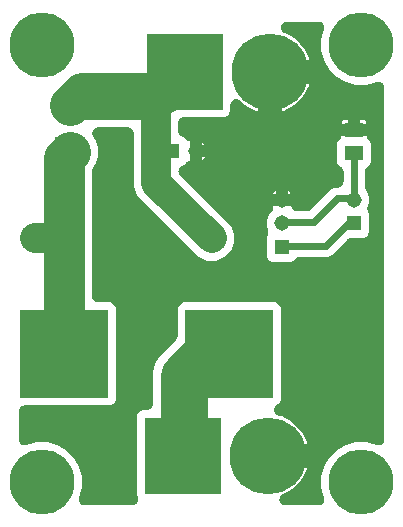
<source format=gbl>
G04 EAGLE Gerber RS-274X export*
G75*
%MOMM*%
%FSLAX34Y34*%
%LPD*%
%INBottom Copper*%
%IPPOS*%
%AMOC8*
5,1,8,0,0,1.08239X$1,22.5*%
G01*
%ADD10R,1.600000X1.300000*%
%ADD11R,1.208000X1.208000*%
%ADD12C,1.208000*%
%ADD13R,6.500000X6.500000*%
%ADD14C,6.500000*%
%ADD15R,2.550000X2.550000*%
%ADD16C,2.550000*%
%ADD17R,1.308000X1.308000*%
%ADD18C,1.308000*%
%ADD19R,7.500000X7.500000*%
%ADD20C,2.540000*%
%ADD21C,3.500000*%
%ADD22C,1.270000*%
%ADD23C,0.609600*%
%ADD24C,0.756400*%
%ADD25C,4.000000*%
%ADD26C,5.500000*%

G36*
X106429Y10173D02*
X106429Y10173D01*
X106625Y10176D01*
X106747Y10193D01*
X106869Y10201D01*
X107062Y10237D01*
X107256Y10265D01*
X107374Y10297D01*
X107495Y10320D01*
X107681Y10380D01*
X107871Y10432D01*
X107984Y10479D01*
X108101Y10517D01*
X108278Y10600D01*
X108460Y10675D01*
X108567Y10735D01*
X108678Y10788D01*
X108843Y10893D01*
X109014Y10989D01*
X109112Y11063D01*
X109216Y11129D01*
X109367Y11253D01*
X109524Y11371D01*
X109612Y11456D01*
X109707Y11534D01*
X109842Y11677D01*
X109982Y11813D01*
X110059Y11909D01*
X110144Y11998D01*
X110259Y12157D01*
X110382Y12309D01*
X110446Y12414D01*
X110519Y12513D01*
X110613Y12685D01*
X110716Y12852D01*
X110767Y12964D01*
X110827Y13071D01*
X110899Y13253D01*
X110980Y13432D01*
X111016Y13549D01*
X111062Y13664D01*
X111111Y13853D01*
X111169Y14040D01*
X111190Y14161D01*
X111221Y14280D01*
X111246Y14475D01*
X111280Y14668D01*
X111286Y14790D01*
X111302Y14912D01*
X111302Y15109D01*
X111312Y15304D01*
X111303Y15426D01*
X111303Y15550D01*
X111279Y15744D01*
X111264Y15939D01*
X111240Y16060D01*
X111225Y16182D01*
X111176Y16372D01*
X111137Y16563D01*
X111099Y16677D01*
X111067Y16799D01*
X110989Y16998D01*
X110926Y17184D01*
X110303Y18687D01*
X110303Y86113D01*
X111231Y88354D01*
X112946Y90069D01*
X115187Y90997D01*
X118824Y90997D01*
X118979Y91006D01*
X119134Y91006D01*
X119296Y91026D01*
X119460Y91037D01*
X119612Y91066D01*
X119766Y91085D01*
X119925Y91125D01*
X120086Y91156D01*
X120233Y91204D01*
X120383Y91242D01*
X120536Y91302D01*
X120692Y91353D01*
X120832Y91418D01*
X120976Y91475D01*
X121120Y91554D01*
X121268Y91624D01*
X121399Y91706D01*
X121535Y91781D01*
X121668Y91877D01*
X121807Y91965D01*
X121926Y92063D01*
X122052Y92154D01*
X122171Y92266D01*
X122298Y92370D01*
X122404Y92483D01*
X122517Y92589D01*
X122622Y92715D01*
X122734Y92834D01*
X122826Y92960D01*
X122925Y93079D01*
X123013Y93217D01*
X123109Y93349D01*
X123184Y93485D01*
X123268Y93616D01*
X123338Y93764D01*
X123417Y93907D01*
X123474Y94051D01*
X123541Y94191D01*
X123592Y94347D01*
X123652Y94500D01*
X123691Y94650D01*
X123740Y94797D01*
X123771Y94958D01*
X123812Y95116D01*
X123831Y95270D01*
X123861Y95422D01*
X123871Y95581D01*
X123893Y95748D01*
X123893Y95917D01*
X123903Y96076D01*
X123903Y123436D01*
X125682Y130073D01*
X129117Y136024D01*
X143316Y150222D01*
X143364Y150277D01*
X143417Y150327D01*
X143575Y150516D01*
X143737Y150700D01*
X143778Y150760D01*
X143825Y150816D01*
X143957Y151024D01*
X144095Y151227D01*
X144128Y151292D01*
X144168Y151353D01*
X144273Y151575D01*
X144385Y151794D01*
X144409Y151863D01*
X144441Y151929D01*
X144517Y152163D01*
X144601Y152394D01*
X144617Y152465D01*
X144640Y152534D01*
X144686Y152775D01*
X144740Y153015D01*
X144747Y153088D01*
X144761Y153160D01*
X144776Y153391D01*
X144801Y153650D01*
X144798Y153733D01*
X144803Y153814D01*
X144803Y177123D01*
X145731Y179364D01*
X147446Y181079D01*
X149687Y182007D01*
X227113Y182007D01*
X229354Y181079D01*
X231069Y179364D01*
X231997Y177123D01*
X231997Y99697D01*
X231069Y97456D01*
X229334Y95722D01*
X229219Y95674D01*
X229088Y95599D01*
X228952Y95532D01*
X228812Y95440D01*
X228667Y95357D01*
X228546Y95265D01*
X228419Y95182D01*
X228292Y95073D01*
X228158Y94973D01*
X228050Y94867D01*
X227935Y94769D01*
X227822Y94645D01*
X227702Y94528D01*
X227608Y94409D01*
X227506Y94298D01*
X227409Y94161D01*
X227305Y94030D01*
X227226Y93900D01*
X227139Y93777D01*
X227061Y93629D01*
X226973Y93486D01*
X226911Y93347D01*
X226841Y93214D01*
X226781Y93057D01*
X226713Y92904D01*
X226668Y92760D01*
X226615Y92618D01*
X226575Y92455D01*
X226527Y92295D01*
X226501Y92146D01*
X226465Y91999D01*
X226447Y91832D01*
X226418Y91667D01*
X226411Y91516D01*
X226395Y91365D01*
X226397Y91198D01*
X226389Y91031D01*
X226402Y90880D01*
X226404Y90728D01*
X226427Y90563D01*
X226441Y90396D01*
X226472Y90247D01*
X226493Y90097D01*
X226537Y89936D01*
X226571Y89772D01*
X226620Y89628D01*
X226660Y89483D01*
X226724Y89328D01*
X226778Y89169D01*
X226845Y89034D01*
X226902Y88893D01*
X226985Y88748D01*
X227059Y88598D01*
X227142Y88471D01*
X227217Y88339D01*
X227317Y88205D01*
X227409Y88065D01*
X227508Y87950D01*
X227599Y87829D01*
X227715Y87709D01*
X227824Y87581D01*
X227936Y87479D01*
X228041Y87371D01*
X228171Y87266D01*
X228295Y87153D01*
X228420Y87066D01*
X228537Y86971D01*
X228680Y86883D01*
X228817Y86787D01*
X228951Y86716D01*
X229080Y86637D01*
X229232Y86567D01*
X229380Y86489D01*
X229518Y86437D01*
X229660Y86373D01*
X229834Y86319D01*
X229994Y86259D01*
X232719Y85432D01*
X235900Y84115D01*
X238936Y82492D01*
X241799Y80579D01*
X244460Y78395D01*
X246895Y75960D01*
X249079Y73299D01*
X250992Y70436D01*
X252615Y67400D01*
X253932Y64219D01*
X254436Y62559D01*
X225980Y62559D01*
X225826Y62549D01*
X225671Y62550D01*
X225508Y62530D01*
X225344Y62519D01*
X225192Y62490D01*
X225038Y62471D01*
X224879Y62431D01*
X224718Y62400D01*
X224571Y62352D01*
X224421Y62314D01*
X224268Y62254D01*
X224112Y62203D01*
X223972Y62137D01*
X223828Y62081D01*
X223684Y62002D01*
X223536Y61932D01*
X223405Y61850D01*
X223269Y61775D01*
X223136Y61679D01*
X222998Y61591D01*
X222878Y61493D01*
X222753Y61402D01*
X222633Y61290D01*
X222506Y61186D01*
X222400Y61073D01*
X222287Y60967D01*
X222182Y60841D01*
X222070Y60721D01*
X221978Y60596D01*
X221879Y60477D01*
X221791Y60339D01*
X221695Y60206D01*
X221620Y60071D01*
X221537Y59940D01*
X221466Y59792D01*
X221387Y59648D01*
X221330Y59505D01*
X221263Y59365D01*
X221212Y59209D01*
X221152Y59056D01*
X221113Y58906D01*
X221065Y58759D01*
X221033Y58598D01*
X220992Y58440D01*
X220973Y58286D01*
X220943Y58134D01*
X220933Y57975D01*
X220911Y57808D01*
X220911Y57639D01*
X220901Y57480D01*
X220901Y47320D01*
X220911Y47166D01*
X220910Y47010D01*
X220931Y46848D01*
X220941Y46684D01*
X220970Y46532D01*
X220989Y46378D01*
X221029Y46219D01*
X221060Y46058D01*
X221108Y45911D01*
X221146Y45761D01*
X221206Y45608D01*
X221257Y45452D01*
X221323Y45312D01*
X221379Y45168D01*
X221458Y45024D01*
X221528Y44876D01*
X221611Y44745D01*
X221685Y44609D01*
X221781Y44476D01*
X221869Y44337D01*
X221967Y44218D01*
X222058Y44092D01*
X222170Y43973D01*
X222275Y43846D01*
X222387Y43740D01*
X222493Y43627D01*
X222619Y43522D01*
X222739Y43410D01*
X222864Y43318D01*
X222983Y43219D01*
X223121Y43131D01*
X223254Y43035D01*
X223389Y42960D01*
X223520Y42876D01*
X223668Y42806D01*
X223812Y42727D01*
X223955Y42670D01*
X224096Y42603D01*
X224251Y42552D01*
X224404Y42492D01*
X224554Y42453D01*
X224701Y42405D01*
X224862Y42373D01*
X225021Y42332D01*
X225174Y42313D01*
X225326Y42283D01*
X225485Y42273D01*
X225653Y42251D01*
X225821Y42251D01*
X225980Y42241D01*
X254436Y42241D01*
X253932Y40581D01*
X252615Y37400D01*
X250992Y34364D01*
X249079Y31501D01*
X246895Y28840D01*
X244460Y26405D01*
X241799Y24221D01*
X238936Y22308D01*
X235900Y20685D01*
X234083Y19933D01*
X233833Y19811D01*
X233582Y19692D01*
X233547Y19670D01*
X233510Y19652D01*
X233278Y19500D01*
X233044Y19351D01*
X233012Y19325D01*
X232978Y19303D01*
X232767Y19122D01*
X232552Y18946D01*
X232524Y18916D01*
X232493Y18889D01*
X232306Y18684D01*
X232116Y18482D01*
X232092Y18448D01*
X232064Y18418D01*
X231905Y18191D01*
X231741Y17966D01*
X231721Y17931D01*
X231697Y17897D01*
X231567Y17652D01*
X231433Y17409D01*
X231418Y17370D01*
X231399Y17334D01*
X231300Y17074D01*
X231198Y16816D01*
X231188Y16777D01*
X231173Y16738D01*
X231108Y16468D01*
X231039Y16200D01*
X231033Y16159D01*
X231024Y16119D01*
X230993Y15844D01*
X230958Y15568D01*
X230958Y15527D01*
X230953Y15486D01*
X230957Y15208D01*
X230956Y14930D01*
X230962Y14890D01*
X230962Y14849D01*
X231001Y14574D01*
X231035Y14298D01*
X231045Y14258D01*
X231051Y14218D01*
X231124Y13950D01*
X231192Y13681D01*
X231207Y13643D01*
X231218Y13603D01*
X231324Y13347D01*
X231426Y13088D01*
X231445Y13052D01*
X231461Y13014D01*
X231598Y12773D01*
X231731Y12529D01*
X231755Y12496D01*
X231775Y12460D01*
X231942Y12237D01*
X232104Y12012D01*
X232132Y11982D01*
X232157Y11950D01*
X232350Y11749D01*
X232539Y11547D01*
X232571Y11521D01*
X232599Y11491D01*
X232816Y11317D01*
X233029Y11139D01*
X233064Y11117D01*
X233096Y11092D01*
X233332Y10946D01*
X233566Y10796D01*
X233603Y10779D01*
X233638Y10757D01*
X233890Y10643D01*
X234142Y10523D01*
X234181Y10510D01*
X234218Y10494D01*
X234484Y10411D01*
X234747Y10324D01*
X234787Y10317D01*
X234826Y10304D01*
X235100Y10256D01*
X235372Y10203D01*
X235413Y10200D01*
X235454Y10193D01*
X235775Y10177D01*
X236026Y10161D01*
X263915Y10161D01*
X264096Y10172D01*
X264279Y10174D01*
X264414Y10192D01*
X264551Y10201D01*
X264729Y10235D01*
X264910Y10259D01*
X265042Y10294D01*
X265176Y10320D01*
X265350Y10376D01*
X265526Y10423D01*
X265652Y10474D01*
X265782Y10517D01*
X265947Y10594D01*
X266116Y10663D01*
X266235Y10729D01*
X266359Y10788D01*
X266513Y10885D01*
X266672Y10974D01*
X266782Y11055D01*
X266897Y11129D01*
X267038Y11245D01*
X267184Y11353D01*
X267283Y11447D01*
X267388Y11534D01*
X267513Y11667D01*
X267645Y11793D01*
X267731Y11899D01*
X267825Y11998D01*
X267932Y12146D01*
X268047Y12287D01*
X268120Y12403D01*
X268200Y12513D01*
X268288Y12673D01*
X268384Y12828D01*
X268442Y12952D01*
X268508Y13071D01*
X268575Y13241D01*
X268651Y13406D01*
X268693Y13537D01*
X268743Y13664D01*
X268789Y13840D01*
X268844Y14014D01*
X268868Y14148D01*
X268902Y14280D01*
X268926Y14461D01*
X268958Y14640D01*
X268966Y14777D01*
X268983Y14912D01*
X268984Y15095D01*
X268994Y15277D01*
X268984Y15413D01*
X268984Y15550D01*
X268962Y15730D01*
X268949Y15912D01*
X268923Y16043D01*
X268906Y16182D01*
X268857Y16373D01*
X268821Y16555D01*
X266403Y25577D01*
X266403Y34423D01*
X268693Y42968D01*
X273116Y50629D01*
X279371Y56884D01*
X287032Y61307D01*
X295577Y63597D01*
X304423Y63597D01*
X313445Y61179D01*
X313624Y61143D01*
X313800Y61098D01*
X313936Y61080D01*
X314070Y61053D01*
X314252Y61040D01*
X314432Y61017D01*
X314569Y61016D01*
X314705Y61006D01*
X314887Y61016D01*
X315070Y61016D01*
X315205Y61032D01*
X315342Y61040D01*
X315521Y61072D01*
X315702Y61094D01*
X315834Y61128D01*
X315969Y61152D01*
X316143Y61206D01*
X316319Y61251D01*
X316446Y61301D01*
X316577Y61342D01*
X316742Y61418D01*
X316912Y61485D01*
X317032Y61550D01*
X317156Y61607D01*
X317311Y61703D01*
X317471Y61790D01*
X317582Y61870D01*
X317698Y61942D01*
X317840Y62057D01*
X317988Y62163D01*
X318087Y62257D01*
X318194Y62343D01*
X318320Y62474D01*
X318453Y62598D01*
X318541Y62703D01*
X318635Y62802D01*
X318744Y62948D01*
X318861Y63088D01*
X318934Y63203D01*
X319016Y63313D01*
X319105Y63471D01*
X319204Y63625D01*
X319262Y63749D01*
X319329Y63868D01*
X319399Y64036D01*
X319477Y64201D01*
X319519Y64331D01*
X319571Y64457D01*
X319619Y64633D01*
X319676Y64806D01*
X319702Y64940D01*
X319737Y65072D01*
X319762Y65252D01*
X319797Y65432D01*
X319806Y65565D01*
X319825Y65703D01*
X319827Y65901D01*
X319839Y66085D01*
X319839Y363915D01*
X319828Y364096D01*
X319826Y364279D01*
X319808Y364414D01*
X319799Y364551D01*
X319765Y364729D01*
X319741Y364910D01*
X319706Y365042D01*
X319680Y365176D01*
X319624Y365350D01*
X319577Y365526D01*
X319526Y365652D01*
X319483Y365782D01*
X319406Y365947D01*
X319337Y366116D01*
X319271Y366235D01*
X319212Y366359D01*
X319115Y366513D01*
X319026Y366672D01*
X318945Y366782D01*
X318871Y366897D01*
X318755Y367038D01*
X318647Y367184D01*
X318553Y367283D01*
X318466Y367388D01*
X318333Y367513D01*
X318207Y367645D01*
X318101Y367731D01*
X318002Y367825D01*
X317854Y367932D01*
X317713Y368047D01*
X317597Y368120D01*
X317487Y368200D01*
X317327Y368288D01*
X317172Y368384D01*
X317048Y368442D01*
X316929Y368508D01*
X316759Y368575D01*
X316594Y368651D01*
X316463Y368693D01*
X316336Y368743D01*
X316160Y368789D01*
X315986Y368844D01*
X315852Y368868D01*
X315720Y368902D01*
X315539Y368926D01*
X315360Y368958D01*
X315223Y368966D01*
X315088Y368983D01*
X314905Y368984D01*
X314723Y368994D01*
X314587Y368984D01*
X314450Y368984D01*
X314270Y368962D01*
X314088Y368949D01*
X313957Y368923D01*
X313818Y368906D01*
X313627Y368857D01*
X313445Y368821D01*
X304423Y366403D01*
X295577Y366403D01*
X287032Y368693D01*
X279371Y373116D01*
X273116Y379371D01*
X268693Y387032D01*
X266403Y395577D01*
X266403Y404423D01*
X268821Y413445D01*
X268857Y413624D01*
X268902Y413800D01*
X268920Y413936D01*
X268947Y414070D01*
X268960Y414252D01*
X268983Y414432D01*
X268984Y414569D01*
X268994Y414705D01*
X268984Y414887D01*
X268984Y415070D01*
X268968Y415205D01*
X268960Y415342D01*
X268928Y415521D01*
X268906Y415702D01*
X268872Y415834D01*
X268848Y415969D01*
X268794Y416143D01*
X268749Y416319D01*
X268699Y416446D01*
X268658Y416577D01*
X268582Y416742D01*
X268515Y416912D01*
X268450Y417032D01*
X268393Y417156D01*
X268297Y417311D01*
X268210Y417471D01*
X268130Y417582D01*
X268058Y417698D01*
X267943Y417840D01*
X267837Y417988D01*
X267743Y418087D01*
X267657Y418194D01*
X267526Y418320D01*
X267402Y418453D01*
X267297Y418541D01*
X267198Y418635D01*
X267052Y418744D01*
X266912Y418861D01*
X266797Y418934D01*
X266687Y419016D01*
X266529Y419105D01*
X266375Y419204D01*
X266251Y419262D01*
X266132Y419329D01*
X265964Y419399D01*
X265799Y419477D01*
X265669Y419519D01*
X265543Y419571D01*
X265367Y419619D01*
X265194Y419676D01*
X265060Y419702D01*
X264928Y419737D01*
X264748Y419762D01*
X264568Y419797D01*
X264435Y419806D01*
X264297Y419825D01*
X264099Y419827D01*
X263915Y419839D01*
X237343Y419839D01*
X237067Y419822D01*
X236789Y419809D01*
X236748Y419802D01*
X236708Y419799D01*
X236436Y419747D01*
X236161Y419700D01*
X236122Y419688D01*
X236082Y419680D01*
X235817Y419594D01*
X235552Y419513D01*
X235515Y419496D01*
X235476Y419483D01*
X235224Y419365D01*
X234971Y419251D01*
X234936Y419230D01*
X234899Y419212D01*
X234664Y419064D01*
X234428Y418919D01*
X234396Y418893D01*
X234361Y418871D01*
X234147Y418695D01*
X233930Y418521D01*
X233901Y418492D01*
X233870Y418466D01*
X233680Y418264D01*
X233486Y418064D01*
X233461Y418031D01*
X233433Y418002D01*
X233270Y417778D01*
X233103Y417555D01*
X233082Y417520D01*
X233058Y417487D01*
X232924Y417243D01*
X232786Y417002D01*
X232770Y416965D01*
X232750Y416929D01*
X232648Y416670D01*
X232541Y416414D01*
X232530Y416375D01*
X232515Y416336D01*
X232446Y416068D01*
X232372Y415800D01*
X232366Y415759D01*
X232356Y415720D01*
X232320Y415444D01*
X232281Y415169D01*
X232280Y415129D01*
X232275Y415088D01*
X232274Y414810D01*
X232269Y414532D01*
X232274Y414491D01*
X232274Y414450D01*
X232308Y414175D01*
X232338Y413899D01*
X232347Y413859D01*
X232352Y413818D01*
X232421Y413549D01*
X232485Y413279D01*
X232499Y413241D01*
X232509Y413201D01*
X232611Y412942D01*
X232709Y412682D01*
X232728Y412646D01*
X232743Y412608D01*
X232877Y412363D01*
X233005Y412118D01*
X233029Y412085D01*
X233048Y412049D01*
X233211Y411823D01*
X233370Y411596D01*
X233398Y411566D01*
X233422Y411532D01*
X233611Y411329D01*
X233797Y411124D01*
X233828Y411097D01*
X233856Y411067D01*
X234070Y410889D01*
X234280Y410708D01*
X234315Y410685D01*
X234346Y410659D01*
X234580Y410510D01*
X234812Y410357D01*
X234848Y410339D01*
X234883Y410316D01*
X235175Y410178D01*
X235400Y410067D01*
X237700Y409115D01*
X240736Y407492D01*
X243599Y405579D01*
X246260Y403395D01*
X248695Y400960D01*
X250879Y398299D01*
X252792Y395436D01*
X254415Y392400D01*
X255732Y389219D01*
X256236Y387559D01*
X227780Y387559D01*
X227626Y387549D01*
X227471Y387550D01*
X227308Y387530D01*
X227144Y387519D01*
X226992Y387490D01*
X226838Y387471D01*
X226679Y387431D01*
X226518Y387400D01*
X226371Y387352D01*
X226221Y387314D01*
X226068Y387254D01*
X225912Y387203D01*
X225772Y387137D01*
X225628Y387081D01*
X225484Y387002D01*
X225336Y386932D01*
X225205Y386850D01*
X225069Y386775D01*
X224936Y386679D01*
X224798Y386591D01*
X224678Y386493D01*
X224553Y386402D01*
X224433Y386290D01*
X224306Y386186D01*
X224200Y386073D01*
X224087Y385967D01*
X223982Y385841D01*
X223870Y385721D01*
X223778Y385596D01*
X223679Y385477D01*
X223591Y385339D01*
X223495Y385206D01*
X223420Y385071D01*
X223337Y384940D01*
X223266Y384792D01*
X223187Y384648D01*
X223130Y384505D01*
X223063Y384365D01*
X223012Y384209D01*
X222952Y384056D01*
X222913Y383906D01*
X222865Y383759D01*
X222833Y383598D01*
X222792Y383440D01*
X222773Y383286D01*
X222743Y383134D01*
X222733Y382975D01*
X222711Y382808D01*
X222711Y382639D01*
X222701Y382480D01*
X222701Y377399D01*
X217620Y377399D01*
X217466Y377389D01*
X217310Y377390D01*
X217148Y377369D01*
X216984Y377359D01*
X216832Y377330D01*
X216678Y377311D01*
X216519Y377271D01*
X216358Y377240D01*
X216211Y377192D01*
X216061Y377154D01*
X215908Y377094D01*
X215752Y377043D01*
X215612Y376977D01*
X215468Y376921D01*
X215324Y376842D01*
X215176Y376772D01*
X215045Y376689D01*
X214909Y376615D01*
X214776Y376519D01*
X214637Y376431D01*
X214518Y376333D01*
X214392Y376242D01*
X214273Y376130D01*
X214146Y376025D01*
X214040Y375913D01*
X213927Y375807D01*
X213822Y375681D01*
X213710Y375561D01*
X213618Y375436D01*
X213519Y375317D01*
X213431Y375179D01*
X213335Y375046D01*
X213260Y374911D01*
X213176Y374780D01*
X213106Y374632D01*
X213027Y374488D01*
X212970Y374345D01*
X212903Y374204D01*
X212852Y374049D01*
X212792Y373896D01*
X212753Y373746D01*
X212705Y373599D01*
X212673Y373438D01*
X212632Y373279D01*
X212613Y373126D01*
X212583Y372974D01*
X212573Y372815D01*
X212551Y372647D01*
X212551Y372479D01*
X212541Y372320D01*
X212541Y343864D01*
X210881Y344368D01*
X207700Y345685D01*
X204664Y347308D01*
X201801Y349221D01*
X199140Y351405D01*
X197968Y352577D01*
X197790Y352734D01*
X197618Y352896D01*
X197551Y352945D01*
X197490Y352999D01*
X197294Y353132D01*
X197102Y353271D01*
X197031Y353311D01*
X196963Y353357D01*
X196752Y353465D01*
X196545Y353579D01*
X196468Y353609D01*
X196395Y353646D01*
X196172Y353727D01*
X195952Y353814D01*
X195873Y353835D01*
X195796Y353863D01*
X195565Y353914D01*
X195336Y353974D01*
X195254Y353984D01*
X195174Y354002D01*
X194939Y354024D01*
X194704Y354055D01*
X194621Y354055D01*
X194540Y354062D01*
X194304Y354055D01*
X194066Y354056D01*
X193985Y354046D01*
X193903Y354043D01*
X193670Y354006D01*
X193434Y353977D01*
X193354Y353957D01*
X193274Y353944D01*
X193047Y353878D01*
X192817Y353820D01*
X192740Y353790D01*
X192662Y353767D01*
X192444Y353673D01*
X192224Y353587D01*
X192152Y353547D01*
X192077Y353515D01*
X191873Y353395D01*
X191665Y353281D01*
X191598Y353233D01*
X191528Y353191D01*
X191340Y353046D01*
X191148Y352908D01*
X191089Y352852D01*
X191024Y352802D01*
X190856Y352635D01*
X190683Y352473D01*
X190630Y352410D01*
X190572Y352352D01*
X190427Y352165D01*
X190275Y351983D01*
X190231Y351914D01*
X190181Y351849D01*
X190060Y351645D01*
X189932Y351446D01*
X189897Y351372D01*
X189855Y351301D01*
X189761Y351085D01*
X189659Y350870D01*
X189634Y350792D01*
X189601Y350717D01*
X189534Y350490D01*
X189460Y350265D01*
X189445Y350185D01*
X189422Y350106D01*
X189384Y349872D01*
X189339Y349640D01*
X189334Y349559D01*
X189321Y349477D01*
X189312Y349217D01*
X189297Y348986D01*
X189297Y343687D01*
X188369Y341446D01*
X186654Y339731D01*
X184413Y338803D01*
X150226Y338803D01*
X150071Y338794D01*
X149916Y338794D01*
X149754Y338774D01*
X149590Y338763D01*
X149438Y338734D01*
X149284Y338715D01*
X149125Y338675D01*
X148964Y338644D01*
X148817Y338596D01*
X148667Y338558D01*
X148514Y338498D01*
X148358Y338447D01*
X148218Y338382D01*
X148074Y338325D01*
X147930Y338246D01*
X147782Y338176D01*
X147651Y338094D01*
X147515Y338019D01*
X147382Y337923D01*
X147243Y337835D01*
X147124Y337737D01*
X146998Y337646D01*
X146879Y337534D01*
X146752Y337430D01*
X146646Y337317D01*
X146533Y337211D01*
X146428Y337085D01*
X146316Y336966D01*
X146224Y336840D01*
X146125Y336721D01*
X146037Y336583D01*
X145941Y336451D01*
X145866Y336315D01*
X145782Y336184D01*
X145712Y336036D01*
X145633Y335893D01*
X145576Y335749D01*
X145509Y335609D01*
X145458Y335453D01*
X145398Y335300D01*
X145359Y335150D01*
X145310Y335003D01*
X145279Y334842D01*
X145238Y334684D01*
X145219Y334530D01*
X145189Y334378D01*
X145179Y334219D01*
X145157Y334052D01*
X145157Y333883D01*
X145147Y333724D01*
X145147Y327110D01*
X145154Y326996D01*
X145152Y326882D01*
X145174Y326678D01*
X145187Y326474D01*
X145208Y326362D01*
X145220Y326249D01*
X145268Y326049D01*
X145306Y325848D01*
X145341Y325740D01*
X145367Y325629D01*
X145439Y325437D01*
X145503Y325242D01*
X145551Y325139D01*
X145591Y325032D01*
X145686Y324851D01*
X145774Y324666D01*
X145835Y324569D01*
X145888Y324468D01*
X146005Y324301D01*
X146115Y324127D01*
X146187Y324040D01*
X146252Y323946D01*
X146390Y323794D01*
X146520Y323636D01*
X146603Y323558D01*
X146680Y323474D01*
X146835Y323340D01*
X146984Y323200D01*
X147077Y323133D01*
X147163Y323058D01*
X147334Y322945D01*
X147499Y322825D01*
X147599Y322770D01*
X147694Y322707D01*
X147871Y322620D01*
X148057Y322517D01*
X148174Y322470D01*
X148282Y322417D01*
X149994Y321709D01*
X151877Y319825D01*
X152052Y319670D01*
X152222Y319511D01*
X152291Y319460D01*
X152355Y319403D01*
X152548Y319272D01*
X152736Y319135D01*
X152811Y319093D01*
X152882Y319045D01*
X153089Y318939D01*
X153294Y318826D01*
X153373Y318795D01*
X153450Y318756D01*
X153669Y318677D01*
X153885Y318590D01*
X153968Y318569D01*
X154049Y318540D01*
X154277Y318489D01*
X154502Y318430D01*
X154587Y318419D01*
X154671Y318400D01*
X154903Y318378D01*
X154921Y318376D01*
X154921Y310000D01*
X154921Y301624D01*
X154689Y301603D01*
X154605Y301584D01*
X154520Y301573D01*
X154294Y301516D01*
X154066Y301465D01*
X153986Y301437D01*
X153903Y301415D01*
X153686Y301330D01*
X153466Y301251D01*
X153390Y301213D01*
X153310Y301181D01*
X153106Y301069D01*
X152898Y300964D01*
X152827Y300916D01*
X152752Y300875D01*
X152563Y300738D01*
X152369Y300608D01*
X152306Y300552D01*
X152236Y300501D01*
X152049Y300326D01*
X151877Y300175D01*
X149994Y298291D01*
X148600Y297714D01*
X148424Y297628D01*
X148245Y297551D01*
X148139Y297488D01*
X148028Y297434D01*
X147864Y297327D01*
X147696Y297227D01*
X147598Y297152D01*
X147496Y297084D01*
X147347Y296957D01*
X147192Y296837D01*
X147104Y296751D01*
X147011Y296671D01*
X146879Y296526D01*
X146740Y296388D01*
X146665Y296291D01*
X146582Y296200D01*
X146469Y296039D01*
X146349Y295885D01*
X146286Y295779D01*
X146215Y295679D01*
X146123Y295506D01*
X146023Y295337D01*
X145974Y295225D01*
X145917Y295116D01*
X145847Y294933D01*
X145769Y294753D01*
X145734Y294635D01*
X145691Y294520D01*
X145645Y294330D01*
X145590Y294142D01*
X145570Y294020D01*
X145541Y293901D01*
X145520Y293706D01*
X145489Y293513D01*
X145484Y293390D01*
X145471Y293268D01*
X145474Y293072D01*
X145467Y292876D01*
X145478Y292753D01*
X145480Y292631D01*
X145507Y292437D01*
X145525Y292241D01*
X145552Y292121D01*
X145569Y292000D01*
X145620Y291810D01*
X145662Y291619D01*
X145703Y291504D01*
X145736Y291385D01*
X145811Y291203D01*
X145876Y291019D01*
X145932Y290909D01*
X145979Y290796D01*
X146075Y290625D01*
X146164Y290451D01*
X146232Y290349D01*
X146293Y290242D01*
X146410Y290085D01*
X146520Y289922D01*
X146599Y289832D01*
X146675Y289731D01*
X146823Y289578D01*
X146952Y289430D01*
X189535Y246848D01*
X192397Y239939D01*
X192397Y232461D01*
X189535Y225552D01*
X184248Y220265D01*
X177339Y217403D01*
X169861Y217403D01*
X162952Y220265D01*
X116417Y266800D01*
X116417Y266801D01*
X110415Y272802D01*
X107553Y279711D01*
X107553Y325124D01*
X107544Y325277D01*
X107544Y325384D01*
X107544Y325434D01*
X107524Y325596D01*
X107513Y325760D01*
X107484Y325912D01*
X107465Y326066D01*
X107425Y326225D01*
X107394Y326386D01*
X107346Y326533D01*
X107308Y326683D01*
X107248Y326836D01*
X107197Y326992D01*
X107132Y327132D01*
X107075Y327276D01*
X106996Y327420D01*
X106926Y327568D01*
X106844Y327699D01*
X106769Y327835D01*
X106673Y327968D01*
X106585Y328107D01*
X106487Y328226D01*
X106396Y328352D01*
X106284Y328471D01*
X106180Y328598D01*
X106067Y328704D01*
X105961Y328817D01*
X105835Y328922D01*
X105716Y329034D01*
X105590Y329126D01*
X105471Y329225D01*
X105333Y329313D01*
X105201Y329409D01*
X105065Y329484D01*
X104934Y329568D01*
X104786Y329638D01*
X104643Y329717D01*
X104499Y329774D01*
X104359Y329841D01*
X104203Y329892D01*
X104050Y329952D01*
X103900Y329991D01*
X103753Y330040D01*
X103592Y330071D01*
X103434Y330112D01*
X103280Y330131D01*
X103128Y330161D01*
X102969Y330171D01*
X102802Y330193D01*
X102633Y330193D01*
X102474Y330203D01*
X77534Y330203D01*
X77325Y330190D01*
X77115Y330186D01*
X77007Y330170D01*
X76898Y330163D01*
X76692Y330124D01*
X76485Y330094D01*
X76379Y330065D01*
X76272Y330044D01*
X76073Y329979D01*
X75871Y329923D01*
X75770Y329881D01*
X75666Y329847D01*
X75476Y329758D01*
X75283Y329677D01*
X75188Y329623D01*
X75089Y329576D01*
X74912Y329464D01*
X74731Y329360D01*
X74644Y329294D01*
X74551Y329235D01*
X74390Y329102D01*
X74223Y328976D01*
X74144Y328899D01*
X74060Y328830D01*
X73917Y328677D01*
X73767Y328531D01*
X73698Y328445D01*
X73623Y328366D01*
X73500Y328196D01*
X73370Y328032D01*
X73313Y327939D01*
X73248Y327851D01*
X73147Y327667D01*
X73038Y327488D01*
X72994Y327388D01*
X72941Y327293D01*
X72863Y327098D01*
X72778Y326907D01*
X72746Y326802D01*
X72705Y326700D01*
X72653Y326498D01*
X72592Y326297D01*
X72573Y326189D01*
X72546Y326084D01*
X72520Y325876D01*
X72484Y325669D01*
X72479Y325560D01*
X72465Y325452D01*
X72465Y325242D01*
X72455Y325033D01*
X72464Y324924D01*
X72464Y324814D01*
X72490Y324606D01*
X72507Y324398D01*
X72529Y324291D01*
X72543Y324182D01*
X72594Y323979D01*
X72637Y323774D01*
X72673Y323671D01*
X72700Y323565D01*
X72777Y323370D01*
X72845Y323172D01*
X72892Y323076D01*
X72933Y322972D01*
X73043Y322771D01*
X73135Y322584D01*
X75489Y318508D01*
X77097Y312507D01*
X77097Y306293D01*
X75489Y300292D01*
X72977Y295942D01*
X72957Y295901D01*
X72932Y295863D01*
X72815Y295615D01*
X72694Y295371D01*
X72679Y295328D01*
X72659Y295287D01*
X72574Y295027D01*
X72484Y294770D01*
X72475Y294725D01*
X72460Y294682D01*
X72408Y294413D01*
X72352Y294147D01*
X72348Y294101D01*
X72339Y294056D01*
X72323Y293808D01*
X72298Y293512D01*
X72300Y293456D01*
X72297Y293402D01*
X72297Y187086D01*
X72306Y186931D01*
X72306Y186776D01*
X72326Y186614D01*
X72337Y186450D01*
X72366Y186298D01*
X72385Y186144D01*
X72425Y185985D01*
X72456Y185824D01*
X72504Y185677D01*
X72542Y185527D01*
X72602Y185374D01*
X72653Y185218D01*
X72718Y185078D01*
X72775Y184934D01*
X72854Y184790D01*
X72924Y184642D01*
X73006Y184511D01*
X73081Y184375D01*
X73177Y184242D01*
X73265Y184103D01*
X73363Y183984D01*
X73454Y183858D01*
X73566Y183739D01*
X73670Y183612D01*
X73783Y183506D01*
X73889Y183393D01*
X74015Y183288D01*
X74134Y183176D01*
X74260Y183084D01*
X74379Y182985D01*
X74517Y182897D01*
X74649Y182801D01*
X74785Y182726D01*
X74916Y182642D01*
X75064Y182572D01*
X75207Y182493D01*
X75351Y182436D01*
X75491Y182369D01*
X75647Y182318D01*
X75800Y182258D01*
X75950Y182219D01*
X76097Y182170D01*
X76258Y182139D01*
X76416Y182098D01*
X76570Y182079D01*
X76722Y182049D01*
X76881Y182039D01*
X77048Y182017D01*
X77217Y182017D01*
X77376Y182007D01*
X87413Y182007D01*
X89654Y181079D01*
X91369Y179364D01*
X92297Y177123D01*
X92297Y99697D01*
X91369Y97456D01*
X89654Y95741D01*
X87413Y94813D01*
X15240Y94813D01*
X15085Y94804D01*
X14930Y94804D01*
X14768Y94784D01*
X14604Y94773D01*
X14452Y94744D01*
X14298Y94725D01*
X14139Y94685D01*
X13978Y94654D01*
X13831Y94606D01*
X13681Y94568D01*
X13528Y94508D01*
X13372Y94457D01*
X13232Y94392D01*
X13088Y94335D01*
X12944Y94256D01*
X12796Y94186D01*
X12665Y94104D01*
X12529Y94029D01*
X12396Y93933D01*
X12257Y93845D01*
X12138Y93747D01*
X12012Y93656D01*
X11893Y93544D01*
X11766Y93440D01*
X11660Y93327D01*
X11547Y93221D01*
X11442Y93095D01*
X11330Y92976D01*
X11238Y92850D01*
X11139Y92731D01*
X11051Y92593D01*
X10955Y92461D01*
X10880Y92325D01*
X10796Y92194D01*
X10726Y92046D01*
X10647Y91903D01*
X10590Y91759D01*
X10523Y91619D01*
X10472Y91463D01*
X10412Y91310D01*
X10373Y91160D01*
X10324Y91013D01*
X10293Y90852D01*
X10252Y90694D01*
X10233Y90540D01*
X10203Y90388D01*
X10193Y90229D01*
X10171Y90062D01*
X10171Y89893D01*
X10161Y89734D01*
X10161Y66085D01*
X10172Y65904D01*
X10174Y65721D01*
X10192Y65586D01*
X10201Y65449D01*
X10235Y65271D01*
X10259Y65090D01*
X10294Y64958D01*
X10320Y64824D01*
X10376Y64650D01*
X10423Y64474D01*
X10474Y64348D01*
X10517Y64218D01*
X10594Y64053D01*
X10663Y63884D01*
X10729Y63765D01*
X10788Y63641D01*
X10885Y63487D01*
X10974Y63328D01*
X11055Y63218D01*
X11129Y63103D01*
X11245Y62962D01*
X11353Y62816D01*
X11447Y62717D01*
X11534Y62612D01*
X11667Y62487D01*
X11793Y62355D01*
X11899Y62269D01*
X11998Y62175D01*
X12146Y62068D01*
X12287Y61953D01*
X12403Y61880D01*
X12513Y61800D01*
X12673Y61712D01*
X12828Y61616D01*
X12952Y61558D01*
X13071Y61492D01*
X13241Y61425D01*
X13406Y61349D01*
X13537Y61307D01*
X13664Y61257D01*
X13840Y61211D01*
X14014Y61156D01*
X14148Y61132D01*
X14280Y61098D01*
X14461Y61074D01*
X14640Y61042D01*
X14777Y61034D01*
X14912Y61017D01*
X15095Y61016D01*
X15277Y61006D01*
X15413Y61016D01*
X15550Y61016D01*
X15730Y61038D01*
X15912Y61051D01*
X16043Y61077D01*
X16182Y61094D01*
X16373Y61143D01*
X16555Y61179D01*
X25577Y63597D01*
X34423Y63597D01*
X42968Y61307D01*
X50629Y56884D01*
X56884Y50629D01*
X61307Y42968D01*
X63597Y34423D01*
X63597Y25577D01*
X61179Y16555D01*
X61143Y16376D01*
X61098Y16200D01*
X61080Y16064D01*
X61053Y15930D01*
X61040Y15748D01*
X61017Y15568D01*
X61016Y15431D01*
X61006Y15295D01*
X61016Y15113D01*
X61016Y14930D01*
X61032Y14795D01*
X61040Y14658D01*
X61072Y14479D01*
X61094Y14298D01*
X61128Y14166D01*
X61152Y14031D01*
X61206Y13857D01*
X61251Y13681D01*
X61301Y13554D01*
X61342Y13423D01*
X61418Y13258D01*
X61485Y13088D01*
X61550Y12968D01*
X61607Y12844D01*
X61703Y12689D01*
X61790Y12529D01*
X61870Y12418D01*
X61942Y12302D01*
X62057Y12160D01*
X62163Y12012D01*
X62257Y11913D01*
X62343Y11806D01*
X62474Y11680D01*
X62598Y11547D01*
X62703Y11459D01*
X62802Y11365D01*
X62948Y11256D01*
X63088Y11139D01*
X63203Y11066D01*
X63313Y10984D01*
X63471Y10895D01*
X63625Y10796D01*
X63749Y10738D01*
X63868Y10671D01*
X64036Y10601D01*
X64201Y10523D01*
X64331Y10481D01*
X64457Y10429D01*
X64633Y10381D01*
X64806Y10324D01*
X64940Y10298D01*
X65072Y10263D01*
X65252Y10238D01*
X65432Y10203D01*
X65565Y10194D01*
X65703Y10175D01*
X65901Y10173D01*
X66085Y10161D01*
X106233Y10161D01*
X106429Y10173D01*
G37*
%LPC*%
G36*
X224993Y216479D02*
X224993Y216479D01*
X222752Y217407D01*
X221037Y219122D01*
X220109Y221363D01*
X220109Y236869D01*
X221320Y239792D01*
X221344Y239861D01*
X221374Y239927D01*
X221447Y240162D01*
X221526Y240395D01*
X221541Y240466D01*
X221563Y240536D01*
X221606Y240777D01*
X221656Y241018D01*
X221662Y241091D01*
X221674Y241163D01*
X221687Y241408D01*
X221706Y241654D01*
X221703Y241727D01*
X221706Y241799D01*
X221688Y242044D01*
X221676Y242290D01*
X221664Y242362D01*
X221658Y242435D01*
X221609Y242676D01*
X221567Y242918D01*
X221546Y242987D01*
X221531Y243059D01*
X221457Y243278D01*
X221380Y243527D01*
X221346Y243603D01*
X221320Y243679D01*
X220109Y246602D01*
X220109Y251630D01*
X222033Y256274D01*
X224104Y258345D01*
X224315Y258584D01*
X224518Y258814D01*
X224521Y258818D01*
X224525Y258823D01*
X224701Y259082D01*
X224878Y259340D01*
X224880Y259345D01*
X224883Y259349D01*
X225024Y259626D01*
X225168Y259907D01*
X225170Y259912D01*
X225173Y259917D01*
X225275Y260200D01*
X225386Y260506D01*
X225387Y260511D01*
X225389Y260516D01*
X225459Y260828D01*
X225527Y261127D01*
X225527Y261133D01*
X225528Y261138D01*
X225558Y261450D01*
X225588Y261762D01*
X225588Y261767D01*
X225589Y261772D01*
X225579Y262080D01*
X225570Y262398D01*
X225569Y262404D01*
X225569Y262409D01*
X225522Y262713D01*
X225473Y263028D01*
X225471Y263033D01*
X225470Y263039D01*
X225384Y263337D01*
X225297Y263641D01*
X225295Y263645D01*
X225293Y263651D01*
X225127Y264037D01*
X232746Y264037D01*
X240976Y264037D01*
X240975Y263914D01*
X240976Y263911D01*
X240976Y263907D01*
X241015Y263596D01*
X241054Y263282D01*
X241055Y263279D01*
X241055Y263275D01*
X241132Y262974D01*
X241211Y262665D01*
X241213Y262661D01*
X241213Y262658D01*
X241327Y262372D01*
X241444Y262072D01*
X241446Y262069D01*
X241447Y262065D01*
X241599Y261789D01*
X241750Y261513D01*
X241752Y261510D01*
X241754Y261507D01*
X241940Y261250D01*
X242123Y260996D01*
X242126Y260994D01*
X242128Y260991D01*
X242346Y260758D01*
X242558Y260531D01*
X242561Y260528D01*
X242563Y260526D01*
X242804Y260326D01*
X243048Y260123D01*
X243051Y260121D01*
X243054Y260119D01*
X243328Y259944D01*
X243585Y259780D01*
X243588Y259779D01*
X243591Y259777D01*
X243872Y259644D01*
X244161Y259507D01*
X244164Y259506D01*
X244167Y259505D01*
X244468Y259406D01*
X244766Y259308D01*
X244769Y259308D01*
X244773Y259307D01*
X245081Y259247D01*
X245391Y259187D01*
X245395Y259187D01*
X245398Y259186D01*
X246034Y259145D01*
X246040Y259145D01*
X246045Y259145D01*
X254108Y259145D01*
X254181Y259149D01*
X254254Y259147D01*
X254499Y259169D01*
X254744Y259185D01*
X254816Y259198D01*
X254888Y259205D01*
X255129Y259258D01*
X255370Y259304D01*
X255439Y259327D01*
X255511Y259342D01*
X255742Y259425D01*
X255976Y259501D01*
X256042Y259532D01*
X256111Y259556D01*
X256330Y259667D01*
X256553Y259772D01*
X256614Y259811D01*
X256679Y259844D01*
X256883Y259981D01*
X257091Y260113D01*
X257147Y260159D01*
X257208Y260200D01*
X257381Y260353D01*
X257582Y260518D01*
X257639Y260579D01*
X257700Y260632D01*
X274820Y277753D01*
X278181Y279145D01*
X280150Y279145D01*
X280305Y279154D01*
X280460Y279154D01*
X280622Y279174D01*
X280786Y279185D01*
X280938Y279214D01*
X281092Y279233D01*
X281251Y279273D01*
X281412Y279304D01*
X281559Y279352D01*
X281709Y279390D01*
X281862Y279450D01*
X282018Y279501D01*
X282158Y279566D01*
X282302Y279623D01*
X282446Y279702D01*
X282594Y279772D01*
X282725Y279854D01*
X282861Y279929D01*
X282994Y280025D01*
X283133Y280113D01*
X283252Y280211D01*
X283378Y280302D01*
X283497Y280414D01*
X283624Y280518D01*
X283730Y280631D01*
X283843Y280737D01*
X283948Y280863D01*
X284060Y280982D01*
X284152Y281108D01*
X284251Y281227D01*
X284339Y281365D01*
X284435Y281497D01*
X284510Y281633D01*
X284594Y281764D01*
X284664Y281912D01*
X284743Y282055D01*
X284800Y282199D01*
X284867Y282339D01*
X284918Y282495D01*
X284978Y282648D01*
X285017Y282798D01*
X285066Y282945D01*
X285097Y283106D01*
X285138Y283264D01*
X285157Y283418D01*
X285187Y283570D01*
X285197Y283729D01*
X285219Y283896D01*
X285219Y284065D01*
X285229Y284224D01*
X285229Y292559D01*
X285222Y292673D01*
X285224Y292787D01*
X285202Y292991D01*
X285189Y293195D01*
X285168Y293307D01*
X285156Y293421D01*
X285108Y293620D01*
X285070Y293821D01*
X285035Y293930D01*
X285009Y294041D01*
X284937Y294233D01*
X284873Y294427D01*
X284825Y294530D01*
X284785Y294637D01*
X284689Y294819D01*
X284602Y295004D01*
X284541Y295100D01*
X284488Y295201D01*
X284371Y295369D01*
X284261Y295542D01*
X284189Y295630D01*
X284123Y295723D01*
X283986Y295875D01*
X283856Y296033D01*
X283772Y296112D01*
X283696Y296196D01*
X283541Y296329D01*
X283392Y296470D01*
X283299Y296537D01*
X283213Y296611D01*
X283042Y296724D01*
X282877Y296845D01*
X282777Y296900D01*
X282721Y296937D01*
X280911Y298746D01*
X279983Y300987D01*
X279983Y316413D01*
X280911Y318654D01*
X282052Y319794D01*
X282100Y319848D01*
X282153Y319898D01*
X282311Y320087D01*
X282473Y320272D01*
X282514Y320332D01*
X282561Y320388D01*
X282693Y320595D01*
X282831Y320798D01*
X282864Y320863D01*
X282904Y320925D01*
X283009Y321147D01*
X283121Y321366D01*
X283145Y321435D01*
X283177Y321501D01*
X283253Y321734D01*
X283337Y321965D01*
X283353Y322037D01*
X283376Y322106D01*
X283422Y322347D01*
X283476Y322587D01*
X283479Y322621D01*
X294080Y322621D01*
X304680Y322621D01*
X304681Y322605D01*
X304734Y322365D01*
X304780Y322124D01*
X304803Y322054D01*
X304818Y321983D01*
X304901Y321752D01*
X304977Y321517D01*
X305008Y321451D01*
X305032Y321383D01*
X305143Y321164D01*
X305248Y320941D01*
X305287Y320879D01*
X305320Y320814D01*
X305457Y320611D01*
X305589Y320403D01*
X305635Y320346D01*
X305676Y320286D01*
X305829Y320112D01*
X305994Y319911D01*
X306055Y319854D01*
X306108Y319794D01*
X307249Y318654D01*
X308177Y316413D01*
X308177Y300987D01*
X307249Y298746D01*
X305006Y296504D01*
X304958Y296450D01*
X304905Y296400D01*
X304747Y296211D01*
X304585Y296026D01*
X304544Y295966D01*
X304497Y295910D01*
X304365Y295703D01*
X304227Y295500D01*
X304194Y295435D01*
X304154Y295373D01*
X304049Y295151D01*
X303937Y294932D01*
X303913Y294863D01*
X303881Y294797D01*
X303805Y294564D01*
X303721Y294333D01*
X303705Y294261D01*
X303682Y294192D01*
X303636Y293951D01*
X303582Y293711D01*
X303575Y293638D01*
X303561Y293567D01*
X303546Y293335D01*
X303521Y293077D01*
X303524Y292993D01*
X303519Y292913D01*
X303519Y279946D01*
X303523Y279873D01*
X303521Y279800D01*
X303543Y279555D01*
X303559Y279310D01*
X303572Y279239D01*
X303579Y279166D01*
X303632Y278926D01*
X303678Y278684D01*
X303701Y278615D01*
X303716Y278544D01*
X303799Y278313D01*
X303875Y278078D01*
X303906Y278012D01*
X303930Y277944D01*
X304041Y277725D01*
X304146Y277502D01*
X304185Y277440D01*
X304218Y277375D01*
X304355Y277172D01*
X304487Y276964D01*
X304533Y276907D01*
X304574Y276847D01*
X304727Y276673D01*
X304892Y276472D01*
X304953Y276415D01*
X305006Y276355D01*
X305087Y276274D01*
X307011Y271630D01*
X307011Y266602D01*
X305800Y263679D01*
X305776Y263610D01*
X305746Y263544D01*
X305673Y263309D01*
X305594Y263077D01*
X305579Y263005D01*
X305557Y262935D01*
X305514Y262694D01*
X305464Y262453D01*
X305458Y262380D01*
X305446Y262308D01*
X305433Y262063D01*
X305414Y261818D01*
X305417Y261744D01*
X305414Y261672D01*
X305432Y261427D01*
X305444Y261181D01*
X305456Y261109D01*
X305462Y261036D01*
X305511Y260795D01*
X305553Y260553D01*
X305574Y260484D01*
X305589Y260412D01*
X305663Y260193D01*
X305740Y259944D01*
X305774Y259868D01*
X305800Y259792D01*
X307011Y256869D01*
X307011Y241363D01*
X306083Y239122D01*
X304368Y237407D01*
X302127Y236479D01*
X291516Y236479D01*
X291443Y236475D01*
X291370Y236477D01*
X291125Y236455D01*
X290880Y236439D01*
X290808Y236426D01*
X290736Y236419D01*
X290495Y236366D01*
X290254Y236320D01*
X290185Y236297D01*
X290113Y236282D01*
X289882Y236199D01*
X289648Y236123D01*
X289582Y236092D01*
X289513Y236068D01*
X289294Y235957D01*
X289071Y235852D01*
X289010Y235813D01*
X288945Y235780D01*
X288741Y235643D01*
X288533Y235511D01*
X288477Y235465D01*
X288416Y235424D01*
X288243Y235271D01*
X288042Y235106D01*
X287985Y235045D01*
X287924Y234992D01*
X275180Y222247D01*
X271819Y220855D01*
X248291Y220855D01*
X248218Y220851D01*
X248145Y220853D01*
X247900Y220831D01*
X247655Y220815D01*
X247584Y220802D01*
X247511Y220795D01*
X247271Y220742D01*
X247030Y220696D01*
X246960Y220673D01*
X246889Y220658D01*
X246658Y220575D01*
X246423Y220499D01*
X246357Y220468D01*
X246289Y220444D01*
X246070Y220333D01*
X245847Y220228D01*
X245785Y220189D01*
X245720Y220156D01*
X245517Y220019D01*
X245309Y219887D01*
X245252Y219841D01*
X245192Y219800D01*
X245018Y219647D01*
X244817Y219482D01*
X244760Y219421D01*
X244700Y219368D01*
X242740Y217407D01*
X240499Y216479D01*
X224993Y216479D01*
G37*
%LPD*%
%LPC*%
G36*
X232859Y367241D02*
X232859Y367241D01*
X256236Y367241D01*
X255732Y365581D01*
X254415Y362400D01*
X252792Y359364D01*
X250879Y356501D01*
X248695Y353840D01*
X246260Y351405D01*
X243599Y349221D01*
X240736Y347308D01*
X237700Y345685D01*
X234519Y344368D01*
X232859Y343864D01*
X232859Y367241D01*
G37*
%LPD*%
%LPC*%
G36*
X299159Y332779D02*
X299159Y332779D01*
X299159Y336741D01*
X302330Y336741D01*
X302821Y336643D01*
X303283Y336452D01*
X303700Y336173D01*
X304053Y335820D01*
X304332Y335403D01*
X304523Y334941D01*
X304621Y334450D01*
X304621Y332779D01*
X299159Y332779D01*
G37*
%LPD*%
%LPC*%
G36*
X283539Y332779D02*
X283539Y332779D01*
X283539Y334450D01*
X283637Y334941D01*
X283828Y335403D01*
X284107Y335820D01*
X284460Y336173D01*
X284877Y336452D01*
X285339Y336643D01*
X285830Y336741D01*
X289001Y336741D01*
X289001Y332779D01*
X283539Y332779D01*
G37*
%LPD*%
%LPC*%
G36*
X165079Y315079D02*
X165079Y315079D01*
X165079Y317534D01*
X165916Y316926D01*
X166926Y315916D01*
X167534Y315079D01*
X165079Y315079D01*
G37*
%LPD*%
%LPC*%
G36*
X237825Y274195D02*
X237825Y274195D01*
X237825Y276650D01*
X238662Y276042D01*
X239672Y275032D01*
X240280Y274195D01*
X237825Y274195D01*
G37*
%LPD*%
%LPC*%
G36*
X165079Y304921D02*
X165079Y304921D01*
X167534Y304921D01*
X166926Y304084D01*
X165916Y303074D01*
X165079Y302466D01*
X165079Y304921D01*
G37*
%LPD*%
%LPC*%
G36*
X225212Y274195D02*
X225212Y274195D01*
X225820Y275032D01*
X226830Y276042D01*
X227667Y276650D01*
X227667Y274195D01*
X225212Y274195D01*
G37*
%LPD*%
D10*
X294080Y327700D03*
X294080Y308700D03*
D11*
X23600Y236200D03*
D12*
X173600Y236200D03*
D13*
X150700Y377400D03*
D14*
X222700Y377400D03*
D13*
X148900Y52400D03*
D14*
X220900Y52400D03*
D15*
X53500Y309400D03*
D16*
X53500Y349000D03*
D17*
X294374Y249116D03*
D18*
X294374Y269116D03*
D17*
X232746Y229116D03*
D18*
X232746Y249116D03*
X232746Y269116D03*
D19*
X188400Y138410D03*
X48700Y138410D03*
D17*
X140000Y310000D03*
D18*
X160000Y310000D03*
D20*
X126350Y283450D02*
X173600Y236200D01*
D21*
X53500Y349000D02*
X64120Y359620D01*
X132920Y359620D01*
X150700Y377400D01*
D20*
X126350Y320000D02*
X126350Y283450D01*
X126350Y320000D02*
X126350Y349000D01*
X53500Y349000D01*
D22*
X126350Y320000D02*
X136350Y310000D01*
D23*
X140000Y310000D01*
D21*
X48700Y236200D02*
X48700Y138410D01*
X48700Y236200D02*
X48700Y304600D01*
X53500Y309400D01*
D20*
X48700Y236200D02*
X23600Y236200D01*
D23*
X50290Y140000D02*
X48700Y138410D01*
X50290Y140000D02*
X60000Y140000D01*
X48700Y138410D02*
X43508Y143602D01*
X40330Y143602D01*
X33932Y150000D01*
X30000Y150000D01*
D24*
X26110Y80428D03*
X86110Y80428D03*
X86110Y20428D03*
X296110Y80428D03*
X266110Y80428D03*
X266110Y140428D03*
X106110Y140428D03*
X106110Y200428D03*
X246110Y200428D03*
X106110Y260428D03*
X236110Y320428D03*
X186110Y200428D03*
X186110Y320428D03*
X296110Y360428D03*
D25*
X168410Y138410D02*
X150000Y120000D01*
X150000Y53500D02*
X148900Y52400D01*
X150000Y53500D02*
X150000Y120000D01*
D23*
X188400Y138410D02*
X189990Y140000D01*
X190000Y140000D01*
X232746Y229116D02*
X233630Y230000D01*
X270000Y230000D01*
X289116Y249116D02*
X294374Y249116D01*
X289116Y249116D02*
X270000Y230000D01*
X233630Y250000D02*
X232746Y249116D01*
X260000Y250000D02*
X280000Y270000D01*
X293490Y270000D01*
X294374Y269116D01*
X260000Y250000D02*
X233630Y250000D01*
X294374Y269116D02*
X294374Y308406D01*
X294080Y308700D01*
D26*
X300000Y400000D03*
X300000Y30000D03*
X30000Y30000D03*
X30000Y400000D03*
M02*

</source>
